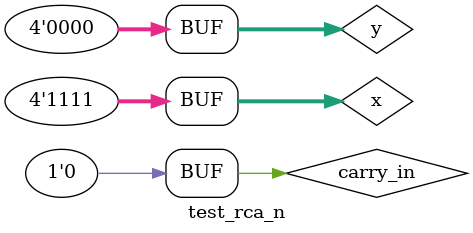
<source format=v>
module rca_n(s,co,x,y,carry_in);
parameter n=4;
input [n-1:0]x,y;
input carry_in;
output [n-1:0]s;
output co;
wire [n:0]carry ;
assign carry[0]=carry_in;
genvar i;
generate 
for(i=0;i<n;i=i+1)
begin:
generate_n_bit_adder
FA u1(s[i],carry[i+1],x[i],y[i],carry[i]);
end 
assign co=carry[n];
endgenerate 
endmodule


module FA(s,cout,x,y,ci);
input x,y,ci;
output s,cout;
wire w1,w2,w3;
xor G1(w1,x,y);
xor G2(s,w1,ci);
and G3(w2,w1,ci);
and G4(w3,x,y);
or G5(cout,w2,w3);
endmodule


module test_rca_n;
reg [3:0]x,y;
reg carry_in;
wire [3:0]s;
wire co;
rca_n x1(s,co,x,y,carry_in);
initial begin
$monitor($time," carry_in=%b , x=%b , y=%b , s=%b , co=%b ",carry_in,x,y,s,co);
 x=4'b1011; y=4'b1101; carry_in=1'b0;
#100 x=4'b1010; y=4'b1100;
#100 x=4'b1110; y=4'b1101;
#100 x=4'b1111; y=4'b0000;
#100;
end
endmodule 


</source>
